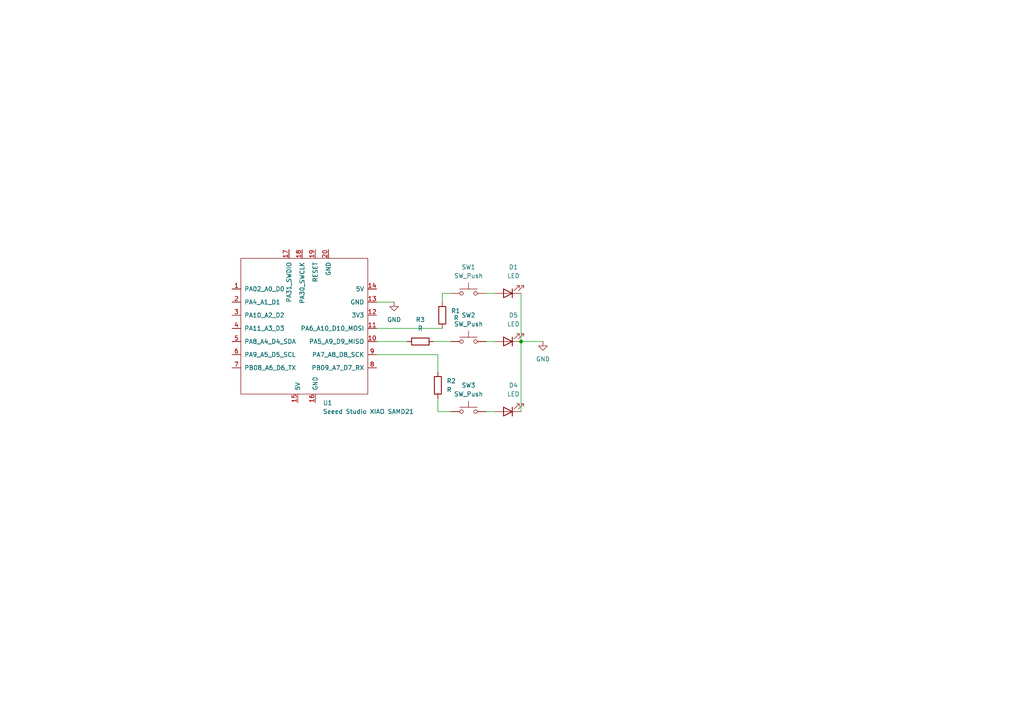
<source format=kicad_sch>
(kicad_sch
	(version 20231120)
	(generator "eeschema")
	(generator_version "8.0")
	(uuid "eafe394d-1cdb-4d57-8197-f1fd9411112e")
	(paper "A4")
	(lib_symbols
		(symbol "Device:LED"
			(pin_numbers hide)
			(pin_names
				(offset 1.016) hide)
			(exclude_from_sim no)
			(in_bom yes)
			(on_board yes)
			(property "Reference" "D"
				(at 0 2.54 0)
				(effects
					(font
						(size 1.27 1.27)
					)
				)
			)
			(property "Value" "LED"
				(at 0 -2.54 0)
				(effects
					(font
						(size 1.27 1.27)
					)
				)
			)
			(property "Footprint" ""
				(at 0 0 0)
				(effects
					(font
						(size 1.27 1.27)
					)
					(hide yes)
				)
			)
			(property "Datasheet" "~"
				(at 0 0 0)
				(effects
					(font
						(size 1.27 1.27)
					)
					(hide yes)
				)
			)
			(property "Description" "Light emitting diode"
				(at 0 0 0)
				(effects
					(font
						(size 1.27 1.27)
					)
					(hide yes)
				)
			)
			(property "ki_keywords" "LED diode"
				(at 0 0 0)
				(effects
					(font
						(size 1.27 1.27)
					)
					(hide yes)
				)
			)
			(property "ki_fp_filters" "LED* LED_SMD:* LED_THT:*"
				(at 0 0 0)
				(effects
					(font
						(size 1.27 1.27)
					)
					(hide yes)
				)
			)
			(symbol "LED_0_1"
				(polyline
					(pts
						(xy -1.27 -1.27) (xy -1.27 1.27)
					)
					(stroke
						(width 0.254)
						(type default)
					)
					(fill
						(type none)
					)
				)
				(polyline
					(pts
						(xy -1.27 0) (xy 1.27 0)
					)
					(stroke
						(width 0)
						(type default)
					)
					(fill
						(type none)
					)
				)
				(polyline
					(pts
						(xy 1.27 -1.27) (xy 1.27 1.27) (xy -1.27 0) (xy 1.27 -1.27)
					)
					(stroke
						(width 0.254)
						(type default)
					)
					(fill
						(type none)
					)
				)
				(polyline
					(pts
						(xy -3.048 -0.762) (xy -4.572 -2.286) (xy -3.81 -2.286) (xy -4.572 -2.286) (xy -4.572 -1.524)
					)
					(stroke
						(width 0)
						(type default)
					)
					(fill
						(type none)
					)
				)
				(polyline
					(pts
						(xy -1.778 -0.762) (xy -3.302 -2.286) (xy -2.54 -2.286) (xy -3.302 -2.286) (xy -3.302 -1.524)
					)
					(stroke
						(width 0)
						(type default)
					)
					(fill
						(type none)
					)
				)
			)
			(symbol "LED_1_1"
				(pin passive line
					(at -3.81 0 0)
					(length 2.54)
					(name "K"
						(effects
							(font
								(size 1.27 1.27)
							)
						)
					)
					(number "1"
						(effects
							(font
								(size 1.27 1.27)
							)
						)
					)
				)
				(pin passive line
					(at 3.81 0 180)
					(length 2.54)
					(name "A"
						(effects
							(font
								(size 1.27 1.27)
							)
						)
					)
					(number "2"
						(effects
							(font
								(size 1.27 1.27)
							)
						)
					)
				)
			)
		)
		(symbol "Device:R"
			(pin_numbers hide)
			(pin_names
				(offset 0)
			)
			(exclude_from_sim no)
			(in_bom yes)
			(on_board yes)
			(property "Reference" "R"
				(at 2.032 0 90)
				(effects
					(font
						(size 1.27 1.27)
					)
				)
			)
			(property "Value" "R"
				(at 0 0 90)
				(effects
					(font
						(size 1.27 1.27)
					)
				)
			)
			(property "Footprint" ""
				(at -1.778 0 90)
				(effects
					(font
						(size 1.27 1.27)
					)
					(hide yes)
				)
			)
			(property "Datasheet" "~"
				(at 0 0 0)
				(effects
					(font
						(size 1.27 1.27)
					)
					(hide yes)
				)
			)
			(property "Description" "Resistor"
				(at 0 0 0)
				(effects
					(font
						(size 1.27 1.27)
					)
					(hide yes)
				)
			)
			(property "ki_keywords" "R res resistor"
				(at 0 0 0)
				(effects
					(font
						(size 1.27 1.27)
					)
					(hide yes)
				)
			)
			(property "ki_fp_filters" "R_*"
				(at 0 0 0)
				(effects
					(font
						(size 1.27 1.27)
					)
					(hide yes)
				)
			)
			(symbol "R_0_1"
				(rectangle
					(start -1.016 -2.54)
					(end 1.016 2.54)
					(stroke
						(width 0.254)
						(type default)
					)
					(fill
						(type none)
					)
				)
			)
			(symbol "R_1_1"
				(pin passive line
					(at 0 3.81 270)
					(length 1.27)
					(name "~"
						(effects
							(font
								(size 1.27 1.27)
							)
						)
					)
					(number "1"
						(effects
							(font
								(size 1.27 1.27)
							)
						)
					)
				)
				(pin passive line
					(at 0 -3.81 90)
					(length 1.27)
					(name "~"
						(effects
							(font
								(size 1.27 1.27)
							)
						)
					)
					(number "2"
						(effects
							(font
								(size 1.27 1.27)
							)
						)
					)
				)
			)
		)
		(symbol "Seeed_Studio_XIAO_Series:Seeed Studio XIAO SAMD21"
			(pin_names
				(offset 1.016)
			)
			(exclude_from_sim no)
			(in_bom yes)
			(on_board yes)
			(property "Reference" "U"
				(at -19.05 22.86 0)
				(effects
					(font
						(size 1.27 1.27)
					)
				)
			)
			(property "Value" "Seeed Studio XIAO SAMD21"
				(at -12.7 21.59 0)
				(effects
					(font
						(size 1.27 1.27)
					)
				)
			)
			(property "Footprint" ""
				(at -8.89 5.08 0)
				(effects
					(font
						(size 1.27 1.27)
					)
					(hide yes)
				)
			)
			(property "Datasheet" ""
				(at -8.89 5.08 0)
				(effects
					(font
						(size 1.27 1.27)
					)
					(hide yes)
				)
			)
			(property "Description" ""
				(at 0 0 0)
				(effects
					(font
						(size 1.27 1.27)
					)
					(hide yes)
				)
			)
			(symbol "Seeed Studio XIAO SAMD21_0_1"
				(rectangle
					(start -19.05 20.32)
					(end 17.78 -19.05)
					(stroke
						(width 0)
						(type default)
					)
					(fill
						(type none)
					)
				)
			)
			(symbol "Seeed Studio XIAO SAMD21_1_1"
				(pin unspecified line
					(at -21.59 11.43 0)
					(length 2.54)
					(name "PA02_A0_D0"
						(effects
							(font
								(size 1.27 1.27)
							)
						)
					)
					(number "1"
						(effects
							(font
								(size 1.27 1.27)
							)
						)
					)
				)
				(pin unspecified line
					(at 20.32 -3.81 180)
					(length 2.54)
					(name "PA5_A9_D9_MISO"
						(effects
							(font
								(size 1.27 1.27)
							)
						)
					)
					(number "10"
						(effects
							(font
								(size 1.27 1.27)
							)
						)
					)
				)
				(pin unspecified line
					(at 20.32 0 180)
					(length 2.54)
					(name "PA6_A10_D10_MOSI"
						(effects
							(font
								(size 1.27 1.27)
							)
						)
					)
					(number "11"
						(effects
							(font
								(size 1.27 1.27)
							)
						)
					)
				)
				(pin unspecified line
					(at 20.32 3.81 180)
					(length 2.54)
					(name "3V3"
						(effects
							(font
								(size 1.27 1.27)
							)
						)
					)
					(number "12"
						(effects
							(font
								(size 1.27 1.27)
							)
						)
					)
				)
				(pin unspecified line
					(at 20.32 7.62 180)
					(length 2.54)
					(name "GND"
						(effects
							(font
								(size 1.27 1.27)
							)
						)
					)
					(number "13"
						(effects
							(font
								(size 1.27 1.27)
							)
						)
					)
				)
				(pin unspecified line
					(at 20.32 11.43 180)
					(length 2.54)
					(name "5V"
						(effects
							(font
								(size 1.27 1.27)
							)
						)
					)
					(number "14"
						(effects
							(font
								(size 1.27 1.27)
							)
						)
					)
				)
				(pin input line
					(at -2.54 -21.59 90)
					(length 2.54)
					(name "5V"
						(effects
							(font
								(size 1.27 1.27)
							)
						)
					)
					(number "15"
						(effects
							(font
								(size 1.27 1.27)
							)
						)
					)
				)
				(pin input line
					(at 2.54 -21.59 90)
					(length 2.54)
					(name "GND"
						(effects
							(font
								(size 1.27 1.27)
							)
						)
					)
					(number "16"
						(effects
							(font
								(size 1.27 1.27)
							)
						)
					)
				)
				(pin input line
					(at -5.08 22.86 270)
					(length 2.54)
					(name "PA31_SWDIO"
						(effects
							(font
								(size 1.27 1.27)
							)
						)
					)
					(number "17"
						(effects
							(font
								(size 1.27 1.27)
							)
						)
					)
				)
				(pin input line
					(at -1.27 22.86 270)
					(length 2.54)
					(name "PA30_SWCLK"
						(effects
							(font
								(size 1.27 1.27)
							)
						)
					)
					(number "18"
						(effects
							(font
								(size 1.27 1.27)
							)
						)
					)
				)
				(pin input line
					(at 2.54 22.86 270)
					(length 2.54)
					(name "RESET"
						(effects
							(font
								(size 1.27 1.27)
							)
						)
					)
					(number "19"
						(effects
							(font
								(size 1.27 1.27)
							)
						)
					)
				)
				(pin unspecified line
					(at -21.59 7.62 0)
					(length 2.54)
					(name "PA4_A1_D1"
						(effects
							(font
								(size 1.27 1.27)
							)
						)
					)
					(number "2"
						(effects
							(font
								(size 1.27 1.27)
							)
						)
					)
				)
				(pin input line
					(at 6.35 22.86 270)
					(length 2.54)
					(name "GND"
						(effects
							(font
								(size 1.27 1.27)
							)
						)
					)
					(number "20"
						(effects
							(font
								(size 1.27 1.27)
							)
						)
					)
				)
				(pin unspecified line
					(at -21.59 3.81 0)
					(length 2.54)
					(name "PA10_A2_D2"
						(effects
							(font
								(size 1.27 1.27)
							)
						)
					)
					(number "3"
						(effects
							(font
								(size 1.27 1.27)
							)
						)
					)
				)
				(pin unspecified line
					(at -21.59 0 0)
					(length 2.54)
					(name "PA11_A3_D3"
						(effects
							(font
								(size 1.27 1.27)
							)
						)
					)
					(number "4"
						(effects
							(font
								(size 1.27 1.27)
							)
						)
					)
				)
				(pin unspecified line
					(at -21.59 -3.81 0)
					(length 2.54)
					(name "PA8_A4_D4_SDA"
						(effects
							(font
								(size 1.27 1.27)
							)
						)
					)
					(number "5"
						(effects
							(font
								(size 1.27 1.27)
							)
						)
					)
				)
				(pin unspecified line
					(at -21.59 -7.62 0)
					(length 2.54)
					(name "PA9_A5_D5_SCL"
						(effects
							(font
								(size 1.27 1.27)
							)
						)
					)
					(number "6"
						(effects
							(font
								(size 1.27 1.27)
							)
						)
					)
				)
				(pin unspecified line
					(at -21.59 -11.43 0)
					(length 2.54)
					(name "PB08_A6_D6_TX"
						(effects
							(font
								(size 1.27 1.27)
							)
						)
					)
					(number "7"
						(effects
							(font
								(size 1.27 1.27)
							)
						)
					)
				)
				(pin unspecified line
					(at 20.32 -11.43 180)
					(length 2.54)
					(name "PB09_A7_D7_RX"
						(effects
							(font
								(size 1.27 1.27)
							)
						)
					)
					(number "8"
						(effects
							(font
								(size 1.27 1.27)
							)
						)
					)
				)
				(pin unspecified line
					(at 20.32 -7.62 180)
					(length 2.54)
					(name "PA7_A8_D8_SCK"
						(effects
							(font
								(size 1.27 1.27)
							)
						)
					)
					(number "9"
						(effects
							(font
								(size 1.27 1.27)
							)
						)
					)
				)
			)
		)
		(symbol "Switch:SW_Push"
			(pin_numbers hide)
			(pin_names
				(offset 1.016) hide)
			(exclude_from_sim no)
			(in_bom yes)
			(on_board yes)
			(property "Reference" "SW"
				(at 1.27 2.54 0)
				(effects
					(font
						(size 1.27 1.27)
					)
					(justify left)
				)
			)
			(property "Value" "SW_Push"
				(at 0 -1.524 0)
				(effects
					(font
						(size 1.27 1.27)
					)
				)
			)
			(property "Footprint" ""
				(at 0 5.08 0)
				(effects
					(font
						(size 1.27 1.27)
					)
					(hide yes)
				)
			)
			(property "Datasheet" "~"
				(at 0 5.08 0)
				(effects
					(font
						(size 1.27 1.27)
					)
					(hide yes)
				)
			)
			(property "Description" "Push button switch, generic, two pins"
				(at 0 0 0)
				(effects
					(font
						(size 1.27 1.27)
					)
					(hide yes)
				)
			)
			(property "ki_keywords" "switch normally-open pushbutton push-button"
				(at 0 0 0)
				(effects
					(font
						(size 1.27 1.27)
					)
					(hide yes)
				)
			)
			(symbol "SW_Push_0_1"
				(circle
					(center -2.032 0)
					(radius 0.508)
					(stroke
						(width 0)
						(type default)
					)
					(fill
						(type none)
					)
				)
				(polyline
					(pts
						(xy 0 1.27) (xy 0 3.048)
					)
					(stroke
						(width 0)
						(type default)
					)
					(fill
						(type none)
					)
				)
				(polyline
					(pts
						(xy 2.54 1.27) (xy -2.54 1.27)
					)
					(stroke
						(width 0)
						(type default)
					)
					(fill
						(type none)
					)
				)
				(circle
					(center 2.032 0)
					(radius 0.508)
					(stroke
						(width 0)
						(type default)
					)
					(fill
						(type none)
					)
				)
				(pin passive line
					(at -5.08 0 0)
					(length 2.54)
					(name "1"
						(effects
							(font
								(size 1.27 1.27)
							)
						)
					)
					(number "1"
						(effects
							(font
								(size 1.27 1.27)
							)
						)
					)
				)
				(pin passive line
					(at 5.08 0 180)
					(length 2.54)
					(name "2"
						(effects
							(font
								(size 1.27 1.27)
							)
						)
					)
					(number "2"
						(effects
							(font
								(size 1.27 1.27)
							)
						)
					)
				)
			)
		)
		(symbol "power:GND"
			(power)
			(pin_numbers hide)
			(pin_names
				(offset 0) hide)
			(exclude_from_sim no)
			(in_bom yes)
			(on_board yes)
			(property "Reference" "#PWR"
				(at 0 -6.35 0)
				(effects
					(font
						(size 1.27 1.27)
					)
					(hide yes)
				)
			)
			(property "Value" "GND"
				(at 0 -3.81 0)
				(effects
					(font
						(size 1.27 1.27)
					)
				)
			)
			(property "Footprint" ""
				(at 0 0 0)
				(effects
					(font
						(size 1.27 1.27)
					)
					(hide yes)
				)
			)
			(property "Datasheet" ""
				(at 0 0 0)
				(effects
					(font
						(size 1.27 1.27)
					)
					(hide yes)
				)
			)
			(property "Description" "Power symbol creates a global label with name \"GND\" , ground"
				(at 0 0 0)
				(effects
					(font
						(size 1.27 1.27)
					)
					(hide yes)
				)
			)
			(property "ki_keywords" "global power"
				(at 0 0 0)
				(effects
					(font
						(size 1.27 1.27)
					)
					(hide yes)
				)
			)
			(symbol "GND_0_1"
				(polyline
					(pts
						(xy 0 0) (xy 0 -1.27) (xy 1.27 -1.27) (xy 0 -2.54) (xy -1.27 -1.27) (xy 0 -1.27)
					)
					(stroke
						(width 0)
						(type default)
					)
					(fill
						(type none)
					)
				)
			)
			(symbol "GND_1_1"
				(pin power_in line
					(at 0 0 270)
					(length 0)
					(name "~"
						(effects
							(font
								(size 1.27 1.27)
							)
						)
					)
					(number "1"
						(effects
							(font
								(size 1.27 1.27)
							)
						)
					)
				)
			)
		)
	)
	(junction
		(at 151.13 99.06)
		(diameter 0)
		(color 0 0 0 0)
		(uuid "3f296e5b-35f6-4a56-b70c-8c1d2064d329")
	)
	(wire
		(pts
			(xy 151.13 99.06) (xy 157.48 99.06)
		)
		(stroke
			(width 0)
			(type default)
		)
		(uuid "05917d23-0333-48bd-9743-f0996de66b45")
	)
	(wire
		(pts
			(xy 109.22 99.06) (xy 118.11 99.06)
		)
		(stroke
			(width 0)
			(type default)
		)
		(uuid "16ed03dc-18df-43a6-bfdd-a76fffd84fb8")
	)
	(wire
		(pts
			(xy 109.22 95.25) (xy 128.27 95.25)
		)
		(stroke
			(width 0)
			(type default)
		)
		(uuid "19b3bc1b-a6e9-47c4-82b4-5fb95be866ec")
	)
	(wire
		(pts
			(xy 109.22 102.87) (xy 127 102.87)
		)
		(stroke
			(width 0)
			(type default)
		)
		(uuid "2fda659d-af04-4a91-a303-41665a8f0e3f")
	)
	(wire
		(pts
			(xy 140.97 85.09) (xy 143.51 85.09)
		)
		(stroke
			(width 0)
			(type default)
		)
		(uuid "364b1bcf-be11-46ef-835c-329d5ee89134")
	)
	(wire
		(pts
			(xy 128.27 85.09) (xy 130.81 85.09)
		)
		(stroke
			(width 0)
			(type default)
		)
		(uuid "3b243ebe-100f-4a79-9780-334f6e8a02a5")
	)
	(wire
		(pts
			(xy 125.73 99.06) (xy 130.81 99.06)
		)
		(stroke
			(width 0)
			(type default)
		)
		(uuid "3e057f3d-a343-49b7-8aa3-7714d4b1db74")
	)
	(wire
		(pts
			(xy 127 119.38) (xy 130.81 119.38)
		)
		(stroke
			(width 0)
			(type default)
		)
		(uuid "61038b4a-a0df-4dfb-b566-d2c999dac79b")
	)
	(wire
		(pts
			(xy 151.13 119.38) (xy 151.13 99.06)
		)
		(stroke
			(width 0)
			(type default)
		)
		(uuid "79b395eb-5e54-4ca7-82d7-6f084241ddbc")
	)
	(wire
		(pts
			(xy 140.97 99.06) (xy 143.51 99.06)
		)
		(stroke
			(width 0)
			(type default)
		)
		(uuid "834f1806-0308-429a-afb6-b296773f3313")
	)
	(wire
		(pts
			(xy 109.22 87.63) (xy 114.3 87.63)
		)
		(stroke
			(width 0)
			(type default)
		)
		(uuid "9fd0b4fc-4b5f-4169-b2d4-3cad26888c95")
	)
	(wire
		(pts
			(xy 128.27 87.63) (xy 128.27 85.09)
		)
		(stroke
			(width 0)
			(type default)
		)
		(uuid "ac30a124-7803-47f2-94d0-fc83f04ebf7d")
	)
	(wire
		(pts
			(xy 151.13 85.09) (xy 151.13 99.06)
		)
		(stroke
			(width 0)
			(type default)
		)
		(uuid "afa4403c-3b1f-4655-bac0-4f731d9ba88d")
	)
	(wire
		(pts
			(xy 127 102.87) (xy 127 107.95)
		)
		(stroke
			(width 0)
			(type default)
		)
		(uuid "c7de206a-4eae-4c8f-8d33-f800d104c073")
	)
	(wire
		(pts
			(xy 140.97 119.38) (xy 143.51 119.38)
		)
		(stroke
			(width 0)
			(type default)
		)
		(uuid "cf2026a6-10f3-498d-b76c-38c01c0de9a8")
	)
	(wire
		(pts
			(xy 127 119.38) (xy 127 115.57)
		)
		(stroke
			(width 0)
			(type default)
		)
		(uuid "f0037baf-d002-4c1c-8a47-4c23b5da1f68")
	)
	(symbol
		(lib_id "Device:LED")
		(at 147.32 99.06 180)
		(unit 1)
		(exclude_from_sim no)
		(in_bom yes)
		(on_board yes)
		(dnp no)
		(fields_autoplaced yes)
		(uuid "0bb6f2c9-8ebb-4b74-98e7-c2d86364ea29")
		(property "Reference" "D5"
			(at 148.9075 91.44 0)
			(effects
				(font
					(size 1.27 1.27)
				)
			)
		)
		(property "Value" "LED"
			(at 148.9075 93.98 0)
			(effects
				(font
					(size 1.27 1.27)
				)
			)
		)
		(property "Footprint" "Diode_THT:D_DO-35_SOD27_P12.70mm_Horizontal"
			(at 147.32 99.06 0)
			(effects
				(font
					(size 1.27 1.27)
				)
				(hide yes)
			)
		)
		(property "Datasheet" "~"
			(at 147.32 99.06 0)
			(effects
				(font
					(size 1.27 1.27)
				)
				(hide yes)
			)
		)
		(property "Description" "Light emitting diode"
			(at 147.32 99.06 0)
			(effects
				(font
					(size 1.27 1.27)
				)
				(hide yes)
			)
		)
		(pin "2"
			(uuid "91701ecf-0400-4a2e-b617-179d0242230f")
		)
		(pin "1"
			(uuid "7743d47d-5d1a-4095-ab82-6fc79dcfba46")
		)
		(instances
			(project "Hackpad"
				(path "/eafe394d-1cdb-4d57-8197-f1fd9411112e"
					(reference "D5")
					(unit 1)
				)
			)
		)
	)
	(symbol
		(lib_id "Device:R")
		(at 127 111.76 0)
		(unit 1)
		(exclude_from_sim no)
		(in_bom yes)
		(on_board yes)
		(dnp no)
		(fields_autoplaced yes)
		(uuid "27bbce8a-ea80-4d35-a51e-1e5ae46d440b")
		(property "Reference" "R2"
			(at 129.54 110.4899 0)
			(effects
				(font
					(size 1.27 1.27)
				)
				(justify left)
			)
		)
		(property "Value" "R"
			(at 129.54 113.0299 0)
			(effects
				(font
					(size 1.27 1.27)
				)
				(justify left)
			)
		)
		(property "Footprint" "Resistor_THT:R_Axial_DIN0207_L6.3mm_D2.5mm_P7.62mm_Horizontal"
			(at 125.222 111.76 90)
			(effects
				(font
					(size 1.27 1.27)
				)
				(hide yes)
			)
		)
		(property "Datasheet" "~"
			(at 127 111.76 0)
			(effects
				(font
					(size 1.27 1.27)
				)
				(hide yes)
			)
		)
		(property "Description" "Resistor"
			(at 127 111.76 0)
			(effects
				(font
					(size 1.27 1.27)
				)
				(hide yes)
			)
		)
		(pin "2"
			(uuid "6b6902dc-226d-4fba-b169-2ad2a2b0e4f8")
		)
		(pin "1"
			(uuid "4a4d2be2-a5d4-4c63-a368-8b16705c6f2d")
		)
		(instances
			(project "Hackpad"
				(path "/eafe394d-1cdb-4d57-8197-f1fd9411112e"
					(reference "R2")
					(unit 1)
				)
			)
		)
	)
	(symbol
		(lib_id "power:GND")
		(at 114.3 87.63 0)
		(unit 1)
		(exclude_from_sim no)
		(in_bom yes)
		(on_board yes)
		(dnp no)
		(uuid "2cbcafcb-19aa-4969-b91c-0c5044e23b3c")
		(property "Reference" "#PWR02"
			(at 114.3 93.98 0)
			(effects
				(font
					(size 1.27 1.27)
				)
				(hide yes)
			)
		)
		(property "Value" "GND"
			(at 114.3 92.71 0)
			(effects
				(font
					(size 1.27 1.27)
				)
			)
		)
		(property "Footprint" ""
			(at 114.3 87.63 0)
			(effects
				(font
					(size 1.27 1.27)
				)
				(hide yes)
			)
		)
		(property "Datasheet" ""
			(at 114.3 87.63 0)
			(effects
				(font
					(size 1.27 1.27)
				)
				(hide yes)
			)
		)
		(property "Description" "Power symbol creates a global label with name \"GND\" , ground"
			(at 114.3 87.63 0)
			(effects
				(font
					(size 1.27 1.27)
				)
				(hide yes)
			)
		)
		(pin "1"
			(uuid "86185319-2050-455e-8399-bd3cc1e20726")
		)
		(instances
			(project ""
				(path "/eafe394d-1cdb-4d57-8197-f1fd9411112e"
					(reference "#PWR02")
					(unit 1)
				)
			)
		)
	)
	(symbol
		(lib_id "Switch:SW_Push")
		(at 135.89 85.09 0)
		(unit 1)
		(exclude_from_sim no)
		(in_bom yes)
		(on_board yes)
		(dnp no)
		(uuid "2dde97c4-6465-4094-b365-00af2d437858")
		(property "Reference" "SW1"
			(at 135.89 77.47 0)
			(effects
				(font
					(size 1.27 1.27)
				)
			)
		)
		(property "Value" "SW_Push"
			(at 135.89 80.01 0)
			(effects
				(font
					(size 1.27 1.27)
				)
			)
		)
		(property "Footprint" "Button_Switch_Keyboard:SW_Cherry_MX_1.00u_PCB"
			(at 135.89 80.01 0)
			(effects
				(font
					(size 1.27 1.27)
				)
				(hide yes)
			)
		)
		(property "Datasheet" "~"
			(at 135.89 80.01 0)
			(effects
				(font
					(size 1.27 1.27)
				)
				(hide yes)
			)
		)
		(property "Description" "Push button switch, generic, two pins"
			(at 135.89 85.09 0)
			(effects
				(font
					(size 1.27 1.27)
				)
				(hide yes)
			)
		)
		(pin "1"
			(uuid "31048136-704c-4969-9439-ec012c438d69")
		)
		(pin "2"
			(uuid "b2cdf48c-e348-46b7-9861-4b4d870099e9")
		)
		(instances
			(project ""
				(path "/eafe394d-1cdb-4d57-8197-f1fd9411112e"
					(reference "SW1")
					(unit 1)
				)
			)
		)
	)
	(symbol
		(lib_id "Device:R")
		(at 128.27 91.44 0)
		(unit 1)
		(exclude_from_sim no)
		(in_bom yes)
		(on_board yes)
		(dnp no)
		(uuid "3c95dbe1-21e6-49fb-8dde-f22766b79b6b")
		(property "Reference" "R1"
			(at 130.81 90.1699 0)
			(effects
				(font
					(size 1.27 1.27)
				)
				(justify left)
			)
		)
		(property "Value" "R"
			(at 131.572 92.202 0)
			(effects
				(font
					(size 1.27 1.27)
				)
				(justify left)
			)
		)
		(property "Footprint" "Resistor_THT:R_Axial_DIN0207_L6.3mm_D2.5mm_P7.62mm_Horizontal"
			(at 126.492 91.44 90)
			(effects
				(font
					(size 1.27 1.27)
				)
				(hide yes)
			)
		)
		(property "Datasheet" "~"
			(at 128.27 91.44 0)
			(effects
				(font
					(size 1.27 1.27)
				)
				(hide yes)
			)
		)
		(property "Description" "Resistor"
			(at 128.27 91.44 0)
			(effects
				(font
					(size 1.27 1.27)
				)
				(hide yes)
			)
		)
		(pin "2"
			(uuid "965149f5-8c13-41b0-a135-23e683cb6b8f")
		)
		(pin "1"
			(uuid "718d95c0-e113-407f-bd96-213132e7a19b")
		)
		(instances
			(project ""
				(path "/eafe394d-1cdb-4d57-8197-f1fd9411112e"
					(reference "R1")
					(unit 1)
				)
			)
		)
	)
	(symbol
		(lib_id "Seeed_Studio_XIAO_Series:Seeed Studio XIAO SAMD21")
		(at 88.9 95.25 0)
		(unit 1)
		(exclude_from_sim no)
		(in_bom yes)
		(on_board yes)
		(dnp no)
		(fields_autoplaced yes)
		(uuid "625face7-9244-49f4-883b-7bf0663bd5d7")
		(property "Reference" "U1"
			(at 93.6341 116.84 0)
			(effects
				(font
					(size 1.27 1.27)
				)
				(justify left)
			)
		)
		(property "Value" "Seeed Studio XIAO SAMD21"
			(at 93.6341 119.38 0)
			(effects
				(font
					(size 1.27 1.27)
				)
				(justify left)
			)
		)
		(property "Footprint" "footprints:XIAO-Generic-Hybrid-14P-2.54-21X17.8MM"
			(at 80.01 90.17 0)
			(effects
				(font
					(size 1.27 1.27)
				)
				(hide yes)
			)
		)
		(property "Datasheet" ""
			(at 80.01 90.17 0)
			(effects
				(font
					(size 1.27 1.27)
				)
				(hide yes)
			)
		)
		(property "Description" ""
			(at 88.9 95.25 0)
			(effects
				(font
					(size 1.27 1.27)
				)
				(hide yes)
			)
		)
		(pin "14"
			(uuid "5aa6aaea-43a1-46ef-b9d0-bd07589623ec")
		)
		(pin "6"
			(uuid "e36462c6-4ada-4b32-80f2-3c9f604d69ee")
		)
		(pin "16"
			(uuid "f3f7ffc6-3355-459e-98ee-0caa80623bb8")
		)
		(pin "10"
			(uuid "18f60c82-0402-4ee1-b42d-415f6e19a665")
		)
		(pin "2"
			(uuid "fb17cd17-6e2f-4406-a127-32ca2ca4de59")
		)
		(pin "3"
			(uuid "61fdc975-8d7c-4187-959e-b1e17536196d")
		)
		(pin "19"
			(uuid "ac15c2d3-caa7-4df6-b469-c9dd638186be")
		)
		(pin "15"
			(uuid "62779f1b-aae4-49e0-b363-efb37d0e9f58")
		)
		(pin "4"
			(uuid "c14f5001-91c4-4b67-9c65-c86f968094d4")
		)
		(pin "7"
			(uuid "f03e18c7-126c-46f2-ae94-913355822b02")
		)
		(pin "8"
			(uuid "00bf7961-e493-4dca-a371-8c4217ce3950")
		)
		(pin "13"
			(uuid "000e99a8-bc5e-4d74-b262-3c4efc154a5e")
		)
		(pin "18"
			(uuid "85462ec9-098b-443e-af26-f03a38e5ba14")
		)
		(pin "12"
			(uuid "3536f40d-1d51-4f6d-b0b8-2dd72a6ec2ce")
		)
		(pin "20"
			(uuid "0b881022-817e-4c2f-b822-7112c68b4665")
		)
		(pin "11"
			(uuid "ea4759ed-a7a2-4b15-938b-0e340bd2e1a6")
		)
		(pin "5"
			(uuid "66370fe0-1ed5-44f9-a81f-c63469970c8e")
		)
		(pin "1"
			(uuid "fbaecf04-ebfb-448f-af67-a89b2165df60")
		)
		(pin "17"
			(uuid "6b182c42-f9f2-4ec3-a47d-90779f30adca")
		)
		(pin "9"
			(uuid "6481cb42-5875-404f-9452-dd8e9a6481cf")
		)
		(instances
			(project ""
				(path "/eafe394d-1cdb-4d57-8197-f1fd9411112e"
					(reference "U1")
					(unit 1)
				)
			)
		)
	)
	(symbol
		(lib_id "power:GND")
		(at 157.48 99.06 0)
		(unit 1)
		(exclude_from_sim no)
		(in_bom yes)
		(on_board yes)
		(dnp no)
		(fields_autoplaced yes)
		(uuid "64423f3e-ed17-4548-b943-877d874b94bb")
		(property "Reference" "#PWR01"
			(at 157.48 105.41 0)
			(effects
				(font
					(size 1.27 1.27)
				)
				(hide yes)
			)
		)
		(property "Value" "GND"
			(at 157.48 104.14 0)
			(effects
				(font
					(size 1.27 1.27)
				)
			)
		)
		(property "Footprint" ""
			(at 157.48 99.06 0)
			(effects
				(font
					(size 1.27 1.27)
				)
				(hide yes)
			)
		)
		(property "Datasheet" ""
			(at 157.48 99.06 0)
			(effects
				(font
					(size 1.27 1.27)
				)
				(hide yes)
			)
		)
		(property "Description" "Power symbol creates a global label with name \"GND\" , ground"
			(at 157.48 99.06 0)
			(effects
				(font
					(size 1.27 1.27)
				)
				(hide yes)
			)
		)
		(pin "1"
			(uuid "a9737f23-bced-4953-8136-dbebafaa092f")
		)
		(instances
			(project ""
				(path "/eafe394d-1cdb-4d57-8197-f1fd9411112e"
					(reference "#PWR01")
					(unit 1)
				)
			)
		)
	)
	(symbol
		(lib_id "Switch:SW_Push")
		(at 135.89 119.38 0)
		(unit 1)
		(exclude_from_sim no)
		(in_bom yes)
		(on_board yes)
		(dnp no)
		(uuid "793c1722-580c-4ba5-ac71-c7babed8a9cd")
		(property "Reference" "SW3"
			(at 135.89 111.76 0)
			(effects
				(font
					(size 1.27 1.27)
				)
			)
		)
		(property "Value" "SW_Push"
			(at 135.89 114.3 0)
			(effects
				(font
					(size 1.27 1.27)
				)
			)
		)
		(property "Footprint" "Button_Switch_Keyboard:SW_Cherry_MX_1.00u_PCB"
			(at 135.89 114.3 0)
			(effects
				(font
					(size 1.27 1.27)
				)
				(hide yes)
			)
		)
		(property "Datasheet" "~"
			(at 135.89 114.3 0)
			(effects
				(font
					(size 1.27 1.27)
				)
				(hide yes)
			)
		)
		(property "Description" "Push button switch, generic, two pins"
			(at 135.89 119.38 0)
			(effects
				(font
					(size 1.27 1.27)
				)
				(hide yes)
			)
		)
		(pin "2"
			(uuid "1d6202ac-7c79-4174-80d9-c05b51e9bfeb")
		)
		(pin "1"
			(uuid "7c9c7491-9683-4eaa-96e0-448e4c90fe32")
		)
		(instances
			(project ""
				(path "/eafe394d-1cdb-4d57-8197-f1fd9411112e"
					(reference "SW3")
					(unit 1)
				)
			)
		)
	)
	(symbol
		(lib_id "Switch:SW_Push")
		(at 135.89 99.06 0)
		(unit 1)
		(exclude_from_sim no)
		(in_bom yes)
		(on_board yes)
		(dnp no)
		(fields_autoplaced yes)
		(uuid "988f1a0f-ad61-41d9-bc23-6b3245f7213e")
		(property "Reference" "SW2"
			(at 135.89 91.44 0)
			(effects
				(font
					(size 1.27 1.27)
				)
			)
		)
		(property "Value" "SW_Push"
			(at 135.89 93.98 0)
			(effects
				(font
					(size 1.27 1.27)
				)
			)
		)
		(property "Footprint" "Button_Switch_Keyboard:SW_Cherry_MX_1.00u_PCB"
			(at 135.89 93.98 0)
			(effects
				(font
					(size 1.27 1.27)
				)
				(hide yes)
			)
		)
		(property "Datasheet" "~"
			(at 135.89 93.98 0)
			(effects
				(font
					(size 1.27 1.27)
				)
				(hide yes)
			)
		)
		(property "Description" "Push button switch, generic, two pins"
			(at 135.89 99.06 0)
			(effects
				(font
					(size 1.27 1.27)
				)
				(hide yes)
			)
		)
		(pin "2"
			(uuid "18ab5fb2-ab35-4245-9bac-271a4d67c8ec")
		)
		(pin "1"
			(uuid "7c59b85e-10e2-4196-af22-a7c9392be7da")
		)
		(instances
			(project ""
				(path "/eafe394d-1cdb-4d57-8197-f1fd9411112e"
					(reference "SW2")
					(unit 1)
				)
			)
		)
	)
	(symbol
		(lib_id "Device:LED")
		(at 147.32 119.38 180)
		(unit 1)
		(exclude_from_sim no)
		(in_bom yes)
		(on_board yes)
		(dnp no)
		(fields_autoplaced yes)
		(uuid "c75a8cb1-302e-4125-a8c0-02df0b628fd1")
		(property "Reference" "D4"
			(at 148.9075 111.76 0)
			(effects
				(font
					(size 1.27 1.27)
				)
			)
		)
		(property "Value" "LED"
			(at 148.9075 114.3 0)
			(effects
				(font
					(size 1.27 1.27)
				)
			)
		)
		(property "Footprint" "Diode_THT:D_DO-35_SOD27_P12.70mm_Horizontal"
			(at 147.32 119.38 0)
			(effects
				(font
					(size 1.27 1.27)
				)
				(hide yes)
			)
		)
		(property "Datasheet" "~"
			(at 147.32 119.38 0)
			(effects
				(font
					(size 1.27 1.27)
				)
				(hide yes)
			)
		)
		(property "Description" "Light emitting diode"
			(at 147.32 119.38 0)
			(effects
				(font
					(size 1.27 1.27)
				)
				(hide yes)
			)
		)
		(pin "2"
			(uuid "ea5e03c2-dfce-4eb2-9b83-2d38ffa5002e")
		)
		(pin "1"
			(uuid "685599ee-03bd-4091-bf19-ef27cc6b6bcd")
		)
		(instances
			(project "Hackpad"
				(path "/eafe394d-1cdb-4d57-8197-f1fd9411112e"
					(reference "D4")
					(unit 1)
				)
			)
		)
	)
	(symbol
		(lib_id "Device:R")
		(at 121.92 99.06 90)
		(unit 1)
		(exclude_from_sim no)
		(in_bom yes)
		(on_board yes)
		(dnp no)
		(fields_autoplaced yes)
		(uuid "e4903675-7c4f-4eef-9a5c-edebe2817d1a")
		(property "Reference" "R3"
			(at 121.92 92.71 90)
			(effects
				(font
					(size 1.27 1.27)
				)
			)
		)
		(property "Value" "R"
			(at 121.92 95.25 90)
			(effects
				(font
					(size 1.27 1.27)
				)
			)
		)
		(property "Footprint" "Resistor_THT:R_Axial_DIN0207_L6.3mm_D2.5mm_P7.62mm_Horizontal"
			(at 121.92 100.838 90)
			(effects
				(font
					(size 1.27 1.27)
				)
				(hide yes)
			)
		)
		(property "Datasheet" "~"
			(at 121.92 99.06 0)
			(effects
				(font
					(size 1.27 1.27)
				)
				(hide yes)
			)
		)
		(property "Description" "Resistor"
			(at 121.92 99.06 0)
			(effects
				(font
					(size 1.27 1.27)
				)
				(hide yes)
			)
		)
		(pin "2"
			(uuid "273756de-38c8-4aa5-ac68-611aeba47d97")
		)
		(pin "1"
			(uuid "20198e9e-ccee-4963-b76d-c951f8062d4e")
		)
		(instances
			(project "Hackpad"
				(path "/eafe394d-1cdb-4d57-8197-f1fd9411112e"
					(reference "R3")
					(unit 1)
				)
			)
		)
	)
	(symbol
		(lib_id "Device:LED")
		(at 147.32 85.09 180)
		(unit 1)
		(exclude_from_sim no)
		(in_bom yes)
		(on_board yes)
		(dnp no)
		(fields_autoplaced yes)
		(uuid "f2fe30ff-948a-45c2-905d-ce9814c7e00e")
		(property "Reference" "D1"
			(at 148.9075 77.47 0)
			(effects
				(font
					(size 1.27 1.27)
				)
			)
		)
		(property "Value" "LED"
			(at 148.9075 80.01 0)
			(effects
				(font
					(size 1.27 1.27)
				)
			)
		)
		(property "Footprint" "Diode_THT:D_DO-35_SOD27_P12.70mm_Horizontal"
			(at 147.32 85.09 0)
			(effects
				(font
					(size 1.27 1.27)
				)
				(hide yes)
			)
		)
		(property "Datasheet" "~"
			(at 147.32 85.09 0)
			(effects
				(font
					(size 1.27 1.27)
				)
				(hide yes)
			)
		)
		(property "Description" "Light emitting diode"
			(at 147.32 85.09 0)
			(effects
				(font
					(size 1.27 1.27)
				)
				(hide yes)
			)
		)
		(pin "2"
			(uuid "f1b69542-997a-4a7d-80b6-96555d2e55d4")
		)
		(pin "1"
			(uuid "11c11e85-5081-491e-826a-fcbe45ac246c")
		)
		(instances
			(project ""
				(path "/eafe394d-1cdb-4d57-8197-f1fd9411112e"
					(reference "D1")
					(unit 1)
				)
			)
		)
	)
	(sheet_instances
		(path "/"
			(page "1")
		)
	)
)

</source>
